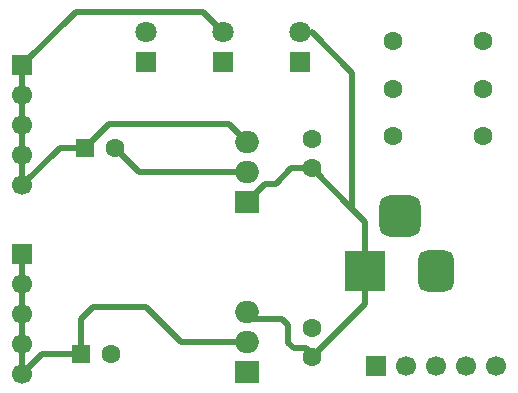
<source format=gbr>
%TF.GenerationSoftware,KiCad,Pcbnew,9.0.7*%
%TF.CreationDate,2026-01-31T20:36:48-06:00*%
%TF.ProjectId,Power,506f7765-722e-46b6-9963-61645f706362,rev?*%
%TF.SameCoordinates,Original*%
%TF.FileFunction,Copper,L1,Top*%
%TF.FilePolarity,Positive*%
%FSLAX46Y46*%
G04 Gerber Fmt 4.6, Leading zero omitted, Abs format (unit mm)*
G04 Created by KiCad (PCBNEW 9.0.7) date 2026-01-31 20:36:48*
%MOMM*%
%LPD*%
G01*
G04 APERTURE LIST*
G04 Aperture macros list*
%AMRoundRect*
0 Rectangle with rounded corners*
0 $1 Rounding radius*
0 $2 $3 $4 $5 $6 $7 $8 $9 X,Y pos of 4 corners*
0 Add a 4 corners polygon primitive as box body*
4,1,4,$2,$3,$4,$5,$6,$7,$8,$9,$2,$3,0*
0 Add four circle primitives for the rounded corners*
1,1,$1+$1,$2,$3*
1,1,$1+$1,$4,$5*
1,1,$1+$1,$6,$7*
1,1,$1+$1,$8,$9*
0 Add four rect primitives between the rounded corners*
20,1,$1+$1,$2,$3,$4,$5,0*
20,1,$1+$1,$4,$5,$6,$7,0*
20,1,$1+$1,$6,$7,$8,$9,0*
20,1,$1+$1,$8,$9,$2,$3,0*%
G04 Aperture macros list end*
%TA.AperFunction,ComponentPad*%
%ADD10C,1.600000*%
%TD*%
%TA.AperFunction,ComponentPad*%
%ADD11R,1.700000X1.700000*%
%TD*%
%TA.AperFunction,ComponentPad*%
%ADD12C,1.700000*%
%TD*%
%TA.AperFunction,ComponentPad*%
%ADD13O,2.000000X1.905000*%
%TD*%
%TA.AperFunction,ComponentPad*%
%ADD14R,2.000000X1.905000*%
%TD*%
%TA.AperFunction,ComponentPad*%
%ADD15R,3.500000X3.500000*%
%TD*%
%TA.AperFunction,ComponentPad*%
%ADD16RoundRect,0.750000X0.750000X1.000000X-0.750000X1.000000X-0.750000X-1.000000X0.750000X-1.000000X0*%
%TD*%
%TA.AperFunction,ComponentPad*%
%ADD17RoundRect,0.875000X0.875000X0.875000X-0.875000X0.875000X-0.875000X-0.875000X0.875000X-0.875000X0*%
%TD*%
%TA.AperFunction,ComponentPad*%
%ADD18R,1.800000X1.800000*%
%TD*%
%TA.AperFunction,ComponentPad*%
%ADD19C,1.800000*%
%TD*%
%TA.AperFunction,ComponentPad*%
%ADD20RoundRect,0.250000X-0.550000X-0.550000X0.550000X-0.550000X0.550000X0.550000X-0.550000X0.550000X0*%
%TD*%
%TA.AperFunction,Conductor*%
%ADD21C,0.500000*%
%TD*%
G04 APERTURE END LIST*
D10*
%TO.P,R2,2*%
%TO.N,GND*%
X212500000Y-86500000D03*
%TO.P,R2,1*%
%TO.N,Net-(D2-K)*%
X204880000Y-86500000D03*
%TD*%
%TO.P,R1,1*%
%TO.N,Net-(D1-K)*%
X204880000Y-90500000D03*
%TO.P,R1,2*%
%TO.N,GND*%
X212500000Y-90500000D03*
%TD*%
%TO.P,R3,2*%
%TO.N,GND*%
X212500000Y-82500000D03*
%TO.P,R3,1*%
%TO.N,Net-(D3-K)*%
X204880000Y-82500000D03*
%TD*%
D11*
%TO.P,J3,1,Pin_1*%
%TO.N,GND*%
X203460000Y-110000000D03*
D12*
%TO.P,J3,2,Pin_2*%
X206000000Y-110000000D03*
%TO.P,J3,3,Pin_3*%
X208540000Y-110000000D03*
%TO.P,J3,4,Pin_4*%
X211080000Y-110000000D03*
%TO.P,J3,5,Pin_5*%
X213620000Y-110000000D03*
%TD*%
D11*
%TO.P,J2,1,Pin_1*%
%TO.N,Net-(D2-A)*%
X173500000Y-84500000D03*
D12*
%TO.P,J2,2,Pin_2*%
X173500000Y-87040000D03*
%TO.P,J2,3,Pin_3*%
X173500000Y-89580000D03*
%TO.P,J2,4,Pin_4*%
X173500000Y-92120000D03*
%TO.P,J2,5,Pin_5*%
X173500000Y-94660000D03*
%TD*%
D11*
%TO.P,J1,1,Pin_1*%
%TO.N,Net-(D1-A)*%
X173500000Y-100460000D03*
D12*
%TO.P,J1,2,Pin_2*%
X173500000Y-103000000D03*
%TO.P,J1,3,Pin_3*%
X173500000Y-105540000D03*
%TO.P,J1,4,Pin_4*%
X173500000Y-108080000D03*
%TO.P,J1,5,Pin_5*%
X173500000Y-110620000D03*
%TD*%
D13*
%TO.P,U3,3,VI*%
%TO.N,Net-(D3-A)*%
X192500000Y-105370000D03*
%TO.P,U3,2,VO*%
%TO.N,Net-(D1-A)*%
X192500000Y-107910000D03*
D14*
%TO.P,U3,1,GND*%
%TO.N,GND*%
X192500000Y-110450000D03*
%TD*%
%TO.P,U1,1,VI*%
%TO.N,Net-(D3-A)*%
X192500000Y-96080000D03*
D13*
%TO.P,U1,2,GND*%
%TO.N,GND*%
X192500000Y-93540000D03*
%TO.P,U1,3,VO*%
%TO.N,Net-(D2-A)*%
X192500000Y-91000000D03*
%TD*%
D15*
%TO.P,J4,1*%
%TO.N,Net-(D3-A)*%
X202500000Y-101957500D03*
D16*
%TO.P,J4,2*%
%TO.N,GND*%
X208500000Y-101957500D03*
D17*
%TO.P,J4,3*%
%TO.N,N/C*%
X205500000Y-97257500D03*
%TD*%
D18*
%TO.P,D3,1,K*%
%TO.N,Net-(D3-K)*%
X197000000Y-84275000D03*
D19*
%TO.P,D3,2,A*%
%TO.N,Net-(D3-A)*%
X197000000Y-81735000D03*
%TD*%
D18*
%TO.P,D2,1,K*%
%TO.N,Net-(D2-K)*%
X190500000Y-84275000D03*
D19*
%TO.P,D2,2,A*%
%TO.N,Net-(D2-A)*%
X190500000Y-81735000D03*
%TD*%
D18*
%TO.P,D1,1,K*%
%TO.N,Net-(D1-K)*%
X184000000Y-84275000D03*
D19*
%TO.P,D1,2,A*%
%TO.N,Net-(D1-A)*%
X184000000Y-81735000D03*
%TD*%
D20*
%TO.P,C4,1*%
%TO.N,Net-(D1-A)*%
X178500000Y-109000000D03*
D10*
%TO.P,C4,2*%
%TO.N,GND*%
X181000000Y-109000000D03*
%TD*%
D20*
%TO.P,C3,1*%
%TO.N,Net-(D2-A)*%
X178817621Y-91500000D03*
D10*
%TO.P,C3,2*%
%TO.N,GND*%
X181317621Y-91500000D03*
%TD*%
%TO.P,C2,1*%
%TO.N,GND*%
X198000000Y-106750000D03*
%TO.P,C2,2*%
%TO.N,Net-(D3-A)*%
X198000000Y-109250000D03*
%TD*%
%TO.P,C1,1*%
%TO.N,GND*%
X198000000Y-90750000D03*
%TO.P,C1,2*%
%TO.N,Net-(D3-A)*%
X198000000Y-93250000D03*
%TD*%
D21*
%TO.N,Net-(D3-A)*%
X198000000Y-81735000D02*
X201439000Y-85174000D01*
X201439000Y-85174000D02*
X201439000Y-96689000D01*
%TO.N,Net-(D2-A)*%
X188765000Y-80000000D02*
X190500000Y-81735000D01*
X178000000Y-80000000D02*
X188765000Y-80000000D01*
X173500000Y-84500000D02*
X178000000Y-80000000D01*
X173500000Y-94660000D02*
X173500000Y-84500000D01*
X176660000Y-91500000D02*
X173500000Y-94660000D01*
X178817621Y-91500000D02*
X176660000Y-91500000D01*
%TO.N,Net-(D1-A)*%
X173500000Y-110620000D02*
X173500000Y-100460000D01*
X175120000Y-109000000D02*
X173500000Y-110620000D01*
X178500000Y-109000000D02*
X175120000Y-109000000D01*
%TO.N,GND*%
X183357621Y-93540000D02*
X181317621Y-91500000D01*
X192500000Y-93540000D02*
X183357621Y-93540000D01*
%TO.N,Net-(D3-A)*%
X201439000Y-96689000D02*
X198000000Y-93250000D01*
X202500000Y-101957500D02*
X202500000Y-97750000D01*
X202500000Y-97750000D02*
X201439000Y-96689000D01*
X202500000Y-104750000D02*
X198000000Y-109250000D01*
X202500000Y-101957500D02*
X202500000Y-104750000D01*
X198000000Y-109000000D02*
X198000000Y-109250000D01*
X196000000Y-108001000D02*
X196480818Y-108481818D01*
X196000000Y-106519182D02*
X196000000Y-108001000D01*
X195480818Y-106000000D02*
X196000000Y-106519182D01*
X196480818Y-108481818D02*
X197481818Y-108481818D01*
X193130000Y-106000000D02*
X195480818Y-106000000D01*
X192500000Y-105370000D02*
X193130000Y-106000000D01*
X197481818Y-108481818D02*
X198000000Y-109000000D01*
X194040000Y-94540000D02*
X192500000Y-96080000D01*
X194960000Y-94540000D02*
X194040000Y-94540000D01*
X196250000Y-93250000D02*
X194960000Y-94540000D01*
X198000000Y-93250000D02*
X196250000Y-93250000D01*
%TO.N,Net-(D2-A)*%
X180857621Y-89460000D02*
X178817621Y-91500000D01*
X190960000Y-89460000D02*
X180857621Y-89460000D01*
X192500000Y-91000000D02*
X190960000Y-89460000D01*
%TO.N,Net-(D1-A)*%
X178500000Y-106000000D02*
X178500000Y-109000000D01*
X184000000Y-105000000D02*
X179500000Y-105000000D01*
X179500000Y-105000000D02*
X178500000Y-106000000D01*
X186910000Y-107910000D02*
X184000000Y-105000000D01*
X192500000Y-107910000D02*
X186910000Y-107910000D01*
%TD*%
M02*

</source>
